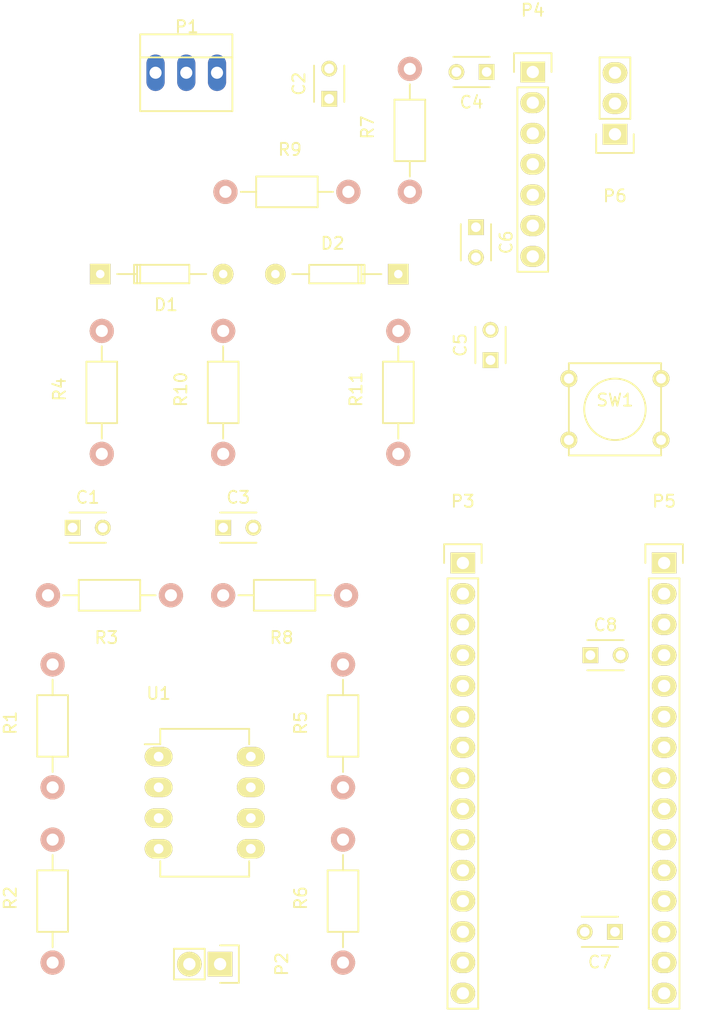
<source format=kicad_pcb>
(kicad_pcb (version 4) (host pcbnew 4.0.2+dfsg1-2~bpo8+1-stable)

  (general
    (links 57)
    (no_connects 57)
    (area 78.05188 66.6095 138.331334 151.666333)
    (thickness 1.6)
    (drawings 0)
    (tracks 7)
    (zones 0)
    (modules 29)
    (nets 42)
  )

  (page A4)
  (layers
    (0 F.Cu signal)
    (31 B.Cu signal)
    (32 B.Adhes user)
    (33 F.Adhes user)
    (34 B.Paste user)
    (35 F.Paste user)
    (36 B.SilkS user)
    (37 F.SilkS user)
    (38 B.Mask user)
    (39 F.Mask user)
    (40 Dwgs.User user)
    (41 Cmts.User user)
    (42 Eco1.User user)
    (43 Eco2.User user)
    (44 Edge.Cuts user)
    (45 Margin user)
    (46 B.CrtYd user)
    (47 F.CrtYd user)
    (48 B.Fab user)
    (49 F.Fab user)
  )

  (setup
    (last_trace_width 0.25)
    (trace_clearance 0.2)
    (zone_clearance 0.508)
    (zone_45_only no)
    (trace_min 0.2)
    (segment_width 0.2)
    (edge_width 0.15)
    (via_size 0.6)
    (via_drill 0.4)
    (via_min_size 0.4)
    (via_min_drill 0.3)
    (uvia_size 0.3)
    (uvia_drill 0.1)
    (uvias_allowed no)
    (uvia_min_size 0.2)
    (uvia_min_drill 0.1)
    (pcb_text_width 0.3)
    (pcb_text_size 1.5 1.5)
    (mod_edge_width 0.15)
    (mod_text_size 1 1)
    (mod_text_width 0.15)
    (pad_size 1.524 1.524)
    (pad_drill 0.762)
    (pad_to_mask_clearance 0.2)
    (aux_axis_origin 0 0)
    (visible_elements FFFFFF7F)
    (pcbplotparams
      (layerselection 0x00030_80000001)
      (usegerberextensions false)
      (excludeedgelayer true)
      (linewidth 0.100000)
      (plotframeref false)
      (viasonmask false)
      (mode 1)
      (useauxorigin false)
      (hpglpennumber 1)
      (hpglpenspeed 20)
      (hpglpendiameter 15)
      (hpglpenoverlay 2)
      (psnegative false)
      (psa4output false)
      (plotreference true)
      (plotvalue true)
      (plotinvisibletext false)
      (padsonsilk false)
      (subtractmaskfromsilk false)
      (outputformat 1)
      (mirror false)
      (drillshape 1)
      (scaleselection 1)
      (outputdirectory ""))
  )

  (net 0 "")
  (net 1 GND)
  (net 2 "Net-(C1-Pad2)")
  (net 3 "Net-(C2-Pad1)")
  (net 4 "Net-(C2-Pad2)")
  (net 5 "Net-(C3-Pad2)")
  (net 6 /CLK0)
  (net 7 "Net-(C4-Pad2)")
  (net 8 "Net-(C5-Pad2)")
  (net 9 +5V)
  (net 10 "Net-(C7-Pad1)")
  (net 11 "Net-(D1-Pad2)")
  (net 12 /A0)
  (net 13 /A1)
  (net 14 "Net-(P3-Pad1)")
  (net 15 "Net-(P3-Pad2)")
  (net 16 "Net-(P3-Pad3)")
  (net 17 "Net-(P3-Pad5)")
  (net 18 "Net-(P3-Pad6)")
  (net 19 "Net-(P3-Pad7)")
  (net 20 "Net-(P3-Pad8)")
  (net 21 "Net-(P3-Pad9)")
  (net 22 "Net-(P3-Pad10)")
  (net 23 "Net-(P3-Pad11)")
  (net 24 "Net-(P3-Pad12)")
  (net 25 "Net-(P3-Pad13)")
  (net 26 "Net-(P3-Pad14)")
  (net 27 "Net-(P3-Pad15)")
  (net 28 /CLK1)
  (net 29 /CLK2)
  (net 30 /SCL)
  (net 31 /SDA)
  (net 32 "Net-(P5-Pad1)")
  (net 33 /RESET)
  (net 34 "Net-(P5-Pad5)")
  (net 35 "Net-(P5-Pad6)")
  (net 36 "Net-(P5-Pad9)")
  (net 37 "Net-(P5-Pad10)")
  (net 38 "Net-(P5-Pad14)")
  (net 39 "Net-(P5-Pad15)")
  (net 40 "Net-(R1-Pad1)")
  (net 41 "Net-(R5-Pad1)")

  (net_class Default "This is the default net class."
    (clearance 0.2)
    (trace_width 0.25)
    (via_dia 0.6)
    (via_drill 0.4)
    (uvia_dia 0.3)
    (uvia_drill 0.1)
    (add_net +5V)
    (add_net /A0)
    (add_net /A1)
    (add_net /CLK0)
    (add_net /CLK1)
    (add_net /CLK2)
    (add_net /RESET)
    (add_net /SCL)
    (add_net /SDA)
    (add_net GND)
    (add_net "Net-(C1-Pad2)")
    (add_net "Net-(C2-Pad1)")
    (add_net "Net-(C2-Pad2)")
    (add_net "Net-(C3-Pad2)")
    (add_net "Net-(C4-Pad2)")
    (add_net "Net-(C5-Pad2)")
    (add_net "Net-(C7-Pad1)")
    (add_net "Net-(D1-Pad2)")
    (add_net "Net-(P3-Pad1)")
    (add_net "Net-(P3-Pad10)")
    (add_net "Net-(P3-Pad11)")
    (add_net "Net-(P3-Pad12)")
    (add_net "Net-(P3-Pad13)")
    (add_net "Net-(P3-Pad14)")
    (add_net "Net-(P3-Pad15)")
    (add_net "Net-(P3-Pad2)")
    (add_net "Net-(P3-Pad3)")
    (add_net "Net-(P3-Pad5)")
    (add_net "Net-(P3-Pad6)")
    (add_net "Net-(P3-Pad7)")
    (add_net "Net-(P3-Pad8)")
    (add_net "Net-(P3-Pad9)")
    (add_net "Net-(P5-Pad1)")
    (add_net "Net-(P5-Pad10)")
    (add_net "Net-(P5-Pad14)")
    (add_net "Net-(P5-Pad15)")
    (add_net "Net-(P5-Pad5)")
    (add_net "Net-(P5-Pad6)")
    (add_net "Net-(P5-Pad9)")
    (add_net "Net-(R1-Pad1)")
    (add_net "Net-(R5-Pad1)")
  )

  (module Connect:PINHEAD1-3 (layer F.Cu) (tedit 57DD8681) (tstamp 57DD845A)
    (at 93.726 72.898)
    (path /57D82265)
    (attr virtual)
    (fp_text reference P1 (at 0.05 -3.8) (layer F.SilkS)
      (effects (font (size 1 1) (thickness 0.15)))
    )
    (fp_text value BNC (at 0 3.81) (layer F.Fab)
      (effects (font (size 1 1) (thickness 0.15)))
    )
    (fp_line (start -3.81 -3.175) (end -3.81 3.175) (layer F.SilkS) (width 0.15))
    (fp_line (start 3.81 -3.175) (end 3.81 3.175) (layer F.SilkS) (width 0.15))
    (fp_line (start 3.81 -1.27) (end -3.81 -1.27) (layer F.SilkS) (width 0.15))
    (fp_line (start -3.81 -3.175) (end 3.81 -3.175) (layer F.SilkS) (width 0.15))
    (fp_line (start 3.81 3.175) (end -3.81 3.175) (layer F.SilkS) (width 0.15))
    (pad 1 thru_hole oval (at 0 0) (size 1.50622 3.01498) (drill 0.99822) (layers *.Cu *.Mask)
      (net 4 "Net-(C2-Pad2)"))
    (pad 2 thru_hole oval (at -2.54 0) (size 1.50622 3.01498) (drill 0.99822) (layers *.Cu *.Mask)
      (net 1 GND))
    (pad 3 thru_hole oval (at 2.54 0) (size 1.50622 3.01498) (drill 0.99822) (layers *.Cu *.Mask))
  )

  (module Capacitors_ThroughHole:C_Disc_D3_P2.5 (layer F.Cu) (tedit 0) (tstamp 57DD82BE)
    (at 84.328 110.49)
    (descr "Capacitor 3mm Disc, Pitch 2.5mm")
    (tags Capacitor)
    (path /57D8211D)
    (fp_text reference C1 (at 1.25 -2.5) (layer F.SilkS)
      (effects (font (size 1 1) (thickness 0.15)))
    )
    (fp_text value 10n (at 1.25 2.5) (layer F.Fab)
      (effects (font (size 1 1) (thickness 0.15)))
    )
    (fp_line (start -0.9 -1.5) (end 3.4 -1.5) (layer F.CrtYd) (width 0.05))
    (fp_line (start 3.4 -1.5) (end 3.4 1.5) (layer F.CrtYd) (width 0.05))
    (fp_line (start 3.4 1.5) (end -0.9 1.5) (layer F.CrtYd) (width 0.05))
    (fp_line (start -0.9 1.5) (end -0.9 -1.5) (layer F.CrtYd) (width 0.05))
    (fp_line (start -0.25 -1.25) (end 2.75 -1.25) (layer F.SilkS) (width 0.15))
    (fp_line (start 2.75 1.25) (end -0.25 1.25) (layer F.SilkS) (width 0.15))
    (pad 1 thru_hole rect (at 0 0) (size 1.3 1.3) (drill 0.8) (layers *.Cu *.Mask F.SilkS)
      (net 1 GND))
    (pad 2 thru_hole circle (at 2.5 0) (size 1.3 1.3) (drill 0.8001) (layers *.Cu *.Mask F.SilkS)
      (net 2 "Net-(C1-Pad2)"))
    (model Capacitors_ThroughHole.3dshapes/C_Disc_D3_P2.5.wrl
      (at (xyz 0.0492126 0 0))
      (scale (xyz 1 1 1))
      (rotate (xyz 0 0 0))
    )
  )

  (module Capacitors_ThroughHole:C_Disc_D3_P2.5 (layer F.Cu) (tedit 0) (tstamp 57DD82C4)
    (at 105.537 75.057 90)
    (descr "Capacitor 3mm Disc, Pitch 2.5mm")
    (tags Capacitor)
    (path /57D81D90)
    (fp_text reference C2 (at 1.25 -2.5 90) (layer F.SilkS)
      (effects (font (size 1 1) (thickness 0.15)))
    )
    (fp_text value 100n (at 1.25 2.5 90) (layer F.Fab)
      (effects (font (size 1 1) (thickness 0.15)))
    )
    (fp_line (start -0.9 -1.5) (end 3.4 -1.5) (layer F.CrtYd) (width 0.05))
    (fp_line (start 3.4 -1.5) (end 3.4 1.5) (layer F.CrtYd) (width 0.05))
    (fp_line (start 3.4 1.5) (end -0.9 1.5) (layer F.CrtYd) (width 0.05))
    (fp_line (start -0.9 1.5) (end -0.9 -1.5) (layer F.CrtYd) (width 0.05))
    (fp_line (start -0.25 -1.25) (end 2.75 -1.25) (layer F.SilkS) (width 0.15))
    (fp_line (start 2.75 1.25) (end -0.25 1.25) (layer F.SilkS) (width 0.15))
    (pad 1 thru_hole rect (at 0 0 90) (size 1.3 1.3) (drill 0.8) (layers *.Cu *.Mask F.SilkS)
      (net 3 "Net-(C2-Pad1)"))
    (pad 2 thru_hole circle (at 2.5 0 90) (size 1.3 1.3) (drill 0.8001) (layers *.Cu *.Mask F.SilkS)
      (net 4 "Net-(C2-Pad2)"))
    (model Capacitors_ThroughHole.3dshapes/C_Disc_D3_P2.5.wrl
      (at (xyz 0.0492126 0 0))
      (scale (xyz 1 1 1))
      (rotate (xyz 0 0 0))
    )
  )

  (module Capacitors_ThroughHole:C_Disc_D3_P2.5 (layer F.Cu) (tedit 0) (tstamp 57DD82CA)
    (at 96.774 110.49)
    (descr "Capacitor 3mm Disc, Pitch 2.5mm")
    (tags Capacitor)
    (path /57D821F7)
    (fp_text reference C3 (at 1.25 -2.5) (layer F.SilkS)
      (effects (font (size 1 1) (thickness 0.15)))
    )
    (fp_text value 10n (at 1.25 2.5) (layer F.Fab)
      (effects (font (size 1 1) (thickness 0.15)))
    )
    (fp_line (start -0.9 -1.5) (end 3.4 -1.5) (layer F.CrtYd) (width 0.05))
    (fp_line (start 3.4 -1.5) (end 3.4 1.5) (layer F.CrtYd) (width 0.05))
    (fp_line (start 3.4 1.5) (end -0.9 1.5) (layer F.CrtYd) (width 0.05))
    (fp_line (start -0.9 1.5) (end -0.9 -1.5) (layer F.CrtYd) (width 0.05))
    (fp_line (start -0.25 -1.25) (end 2.75 -1.25) (layer F.SilkS) (width 0.15))
    (fp_line (start 2.75 1.25) (end -0.25 1.25) (layer F.SilkS) (width 0.15))
    (pad 1 thru_hole rect (at 0 0) (size 1.3 1.3) (drill 0.8) (layers *.Cu *.Mask F.SilkS)
      (net 1 GND))
    (pad 2 thru_hole circle (at 2.5 0) (size 1.3 1.3) (drill 0.8001) (layers *.Cu *.Mask F.SilkS)
      (net 5 "Net-(C3-Pad2)"))
    (model Capacitors_ThroughHole.3dshapes/C_Disc_D3_P2.5.wrl
      (at (xyz 0.0492126 0 0))
      (scale (xyz 1 1 1))
      (rotate (xyz 0 0 0))
    )
  )

  (module Capacitors_ThroughHole:C_Disc_D3_P2.5 (layer F.Cu) (tedit 0) (tstamp 57DD82D0)
    (at 118.554 72.8345 180)
    (descr "Capacitor 3mm Disc, Pitch 2.5mm")
    (tags Capacitor)
    (path /57D81AA8)
    (fp_text reference C4 (at 1.25 -2.5 180) (layer F.SilkS)
      (effects (font (size 1 1) (thickness 0.15)))
    )
    (fp_text value 100n (at 1.25 2.5 180) (layer F.Fab)
      (effects (font (size 1 1) (thickness 0.15)))
    )
    (fp_line (start -0.9 -1.5) (end 3.4 -1.5) (layer F.CrtYd) (width 0.05))
    (fp_line (start 3.4 -1.5) (end 3.4 1.5) (layer F.CrtYd) (width 0.05))
    (fp_line (start 3.4 1.5) (end -0.9 1.5) (layer F.CrtYd) (width 0.05))
    (fp_line (start -0.9 1.5) (end -0.9 -1.5) (layer F.CrtYd) (width 0.05))
    (fp_line (start -0.25 -1.25) (end 2.75 -1.25) (layer F.SilkS) (width 0.15))
    (fp_line (start 2.75 1.25) (end -0.25 1.25) (layer F.SilkS) (width 0.15))
    (pad 1 thru_hole rect (at 0 0 180) (size 1.3 1.3) (drill 0.8) (layers *.Cu *.Mask F.SilkS)
      (net 6 /CLK0))
    (pad 2 thru_hole circle (at 2.5 0 180) (size 1.3 1.3) (drill 0.8001) (layers *.Cu *.Mask F.SilkS)
      (net 7 "Net-(C4-Pad2)"))
    (model Capacitors_ThroughHole.3dshapes/C_Disc_D3_P2.5.wrl
      (at (xyz 0.0492126 0 0))
      (scale (xyz 1 1 1))
      (rotate (xyz 0 0 0))
    )
  )

  (module Capacitors_ThroughHole:C_Disc_D3_P2.5 (layer F.Cu) (tedit 0) (tstamp 57DD82D6)
    (at 118.872 96.647 90)
    (descr "Capacitor 3mm Disc, Pitch 2.5mm")
    (tags Capacitor)
    (path /57D82040)
    (fp_text reference C5 (at 1.25 -2.5 90) (layer F.SilkS)
      (effects (font (size 1 1) (thickness 0.15)))
    )
    (fp_text value 100n (at 1.25 2.5 90) (layer F.Fab)
      (effects (font (size 1 1) (thickness 0.15)))
    )
    (fp_line (start -0.9 -1.5) (end 3.4 -1.5) (layer F.CrtYd) (width 0.05))
    (fp_line (start 3.4 -1.5) (end 3.4 1.5) (layer F.CrtYd) (width 0.05))
    (fp_line (start 3.4 1.5) (end -0.9 1.5) (layer F.CrtYd) (width 0.05))
    (fp_line (start -0.9 1.5) (end -0.9 -1.5) (layer F.CrtYd) (width 0.05))
    (fp_line (start -0.25 -1.25) (end 2.75 -1.25) (layer F.SilkS) (width 0.15))
    (fp_line (start 2.75 1.25) (end -0.25 1.25) (layer F.SilkS) (width 0.15))
    (pad 1 thru_hole rect (at 0 0 90) (size 1.3 1.3) (drill 0.8) (layers *.Cu *.Mask F.SilkS)
      (net 1 GND))
    (pad 2 thru_hole circle (at 2.5 0 90) (size 1.3 1.3) (drill 0.8001) (layers *.Cu *.Mask F.SilkS)
      (net 8 "Net-(C5-Pad2)"))
    (model Capacitors_ThroughHole.3dshapes/C_Disc_D3_P2.5.wrl
      (at (xyz 0.0492126 0 0))
      (scale (xyz 1 1 1))
      (rotate (xyz 0 0 0))
    )
  )

  (module Capacitors_ThroughHole:C_Disc_D3_P2.5 (layer F.Cu) (tedit 0) (tstamp 57DD82DC)
    (at 117.666 85.6615 270)
    (descr "Capacitor 3mm Disc, Pitch 2.5mm")
    (tags Capacitor)
    (path /57D85D32)
    (fp_text reference C6 (at 1.25 -2.5 270) (layer F.SilkS)
      (effects (font (size 1 1) (thickness 0.15)))
    )
    (fp_text value 100n (at 1.25 2.5 270) (layer F.Fab)
      (effects (font (size 1 1) (thickness 0.15)))
    )
    (fp_line (start -0.9 -1.5) (end 3.4 -1.5) (layer F.CrtYd) (width 0.05))
    (fp_line (start 3.4 -1.5) (end 3.4 1.5) (layer F.CrtYd) (width 0.05))
    (fp_line (start 3.4 1.5) (end -0.9 1.5) (layer F.CrtYd) (width 0.05))
    (fp_line (start -0.9 1.5) (end -0.9 -1.5) (layer F.CrtYd) (width 0.05))
    (fp_line (start -0.25 -1.25) (end 2.75 -1.25) (layer F.SilkS) (width 0.15))
    (fp_line (start 2.75 1.25) (end -0.25 1.25) (layer F.SilkS) (width 0.15))
    (pad 1 thru_hole rect (at 0 0 270) (size 1.3 1.3) (drill 0.8) (layers *.Cu *.Mask F.SilkS)
      (net 1 GND))
    (pad 2 thru_hole circle (at 2.5 0 270) (size 1.3 1.3) (drill 0.8001) (layers *.Cu *.Mask F.SilkS)
      (net 9 +5V))
    (model Capacitors_ThroughHole.3dshapes/C_Disc_D3_P2.5.wrl
      (at (xyz 0.0492126 0 0))
      (scale (xyz 1 1 1))
      (rotate (xyz 0 0 0))
    )
  )

  (module Capacitors_ThroughHole:C_Disc_D3_P2.5 (layer F.Cu) (tedit 0) (tstamp 57DD82E2)
    (at 129.159 143.891 180)
    (descr "Capacitor 3mm Disc, Pitch 2.5mm")
    (tags Capacitor)
    (path /57D87F1E)
    (fp_text reference C7 (at 1.25 -2.5 180) (layer F.SilkS)
      (effects (font (size 1 1) (thickness 0.15)))
    )
    (fp_text value 100n (at 1.25 2.5 180) (layer F.Fab)
      (effects (font (size 1 1) (thickness 0.15)))
    )
    (fp_line (start -0.9 -1.5) (end 3.4 -1.5) (layer F.CrtYd) (width 0.05))
    (fp_line (start 3.4 -1.5) (end 3.4 1.5) (layer F.CrtYd) (width 0.05))
    (fp_line (start 3.4 1.5) (end -0.9 1.5) (layer F.CrtYd) (width 0.05))
    (fp_line (start -0.9 1.5) (end -0.9 -1.5) (layer F.CrtYd) (width 0.05))
    (fp_line (start -0.25 -1.25) (end 2.75 -1.25) (layer F.SilkS) (width 0.15))
    (fp_line (start 2.75 1.25) (end -0.25 1.25) (layer F.SilkS) (width 0.15))
    (pad 1 thru_hole rect (at 0 0 180) (size 1.3 1.3) (drill 0.8) (layers *.Cu *.Mask F.SilkS)
      (net 10 "Net-(C7-Pad1)"))
    (pad 2 thru_hole circle (at 2.5 0 180) (size 1.3 1.3) (drill 0.8001) (layers *.Cu *.Mask F.SilkS)
      (net 1 GND))
    (model Capacitors_ThroughHole.3dshapes/C_Disc_D3_P2.5.wrl
      (at (xyz 0.0492126 0 0))
      (scale (xyz 1 1 1))
      (rotate (xyz 0 0 0))
    )
  )

  (module Diodes_ThroughHole:Diode_DO-35_SOD27_Horizontal_RM10 (layer F.Cu) (tedit 552FFC30) (tstamp 57DD82E8)
    (at 86.614 89.535)
    (descr "Diode, DO-35,  SOD27, Horizontal, RM 10mm")
    (tags "Diode, DO-35, SOD27, Horizontal, RM 10mm, 1N4148,")
    (path /57D81E7A)
    (fp_text reference D1 (at 5.43052 2.53746) (layer F.SilkS)
      (effects (font (size 1 1) (thickness 0.15)))
    )
    (fp_text value 1N60 (at 4.41452 -3.55854) (layer F.Fab)
      (effects (font (size 1 1) (thickness 0.15)))
    )
    (fp_line (start 7.36652 -0.00254) (end 8.76352 -0.00254) (layer F.SilkS) (width 0.15))
    (fp_line (start 2.92152 -0.00254) (end 1.39752 -0.00254) (layer F.SilkS) (width 0.15))
    (fp_line (start 3.30252 -0.76454) (end 3.30252 0.75946) (layer F.SilkS) (width 0.15))
    (fp_line (start 3.04852 -0.76454) (end 3.04852 0.75946) (layer F.SilkS) (width 0.15))
    (fp_line (start 2.79452 -0.00254) (end 2.79452 0.75946) (layer F.SilkS) (width 0.15))
    (fp_line (start 2.79452 0.75946) (end 7.36652 0.75946) (layer F.SilkS) (width 0.15))
    (fp_line (start 7.36652 0.75946) (end 7.36652 -0.76454) (layer F.SilkS) (width 0.15))
    (fp_line (start 7.36652 -0.76454) (end 2.79452 -0.76454) (layer F.SilkS) (width 0.15))
    (fp_line (start 2.79452 -0.76454) (end 2.79452 -0.00254) (layer F.SilkS) (width 0.15))
    (pad 2 thru_hole circle (at 10.16052 -0.00254 180) (size 1.69926 1.69926) (drill 0.70104) (layers *.Cu *.Mask F.SilkS)
      (net 11 "Net-(D1-Pad2)"))
    (pad 1 thru_hole rect (at 0.00052 -0.00254 180) (size 1.69926 1.69926) (drill 0.70104) (layers *.Cu *.Mask F.SilkS)
      (net 3 "Net-(C2-Pad1)"))
    (model Diodes_ThroughHole.3dshapes/Diode_DO-35_SOD27_Horizontal_RM10.wrl
      (at (xyz 0.2 0 0))
      (scale (xyz 0.4 0.4 0.4))
      (rotate (xyz 0 0 180))
    )
  )

  (module Diodes_ThroughHole:Diode_DO-35_SOD27_Horizontal_RM10 (layer F.Cu) (tedit 552FFC30) (tstamp 57DD82EE)
    (at 111.252 89.535 180)
    (descr "Diode, DO-35,  SOD27, Horizontal, RM 10mm")
    (tags "Diode, DO-35, SOD27, Horizontal, RM 10mm, 1N4148,")
    (path /57D81FC0)
    (fp_text reference D2 (at 5.43052 2.53746 180) (layer F.SilkS)
      (effects (font (size 1 1) (thickness 0.15)))
    )
    (fp_text value 1N60 (at 4.41452 -3.55854 180) (layer F.Fab)
      (effects (font (size 1 1) (thickness 0.15)))
    )
    (fp_line (start 7.36652 -0.00254) (end 8.76352 -0.00254) (layer F.SilkS) (width 0.15))
    (fp_line (start 2.92152 -0.00254) (end 1.39752 -0.00254) (layer F.SilkS) (width 0.15))
    (fp_line (start 3.30252 -0.76454) (end 3.30252 0.75946) (layer F.SilkS) (width 0.15))
    (fp_line (start 3.04852 -0.76454) (end 3.04852 0.75946) (layer F.SilkS) (width 0.15))
    (fp_line (start 2.79452 -0.00254) (end 2.79452 0.75946) (layer F.SilkS) (width 0.15))
    (fp_line (start 2.79452 0.75946) (end 7.36652 0.75946) (layer F.SilkS) (width 0.15))
    (fp_line (start 7.36652 0.75946) (end 7.36652 -0.76454) (layer F.SilkS) (width 0.15))
    (fp_line (start 7.36652 -0.76454) (end 2.79452 -0.76454) (layer F.SilkS) (width 0.15))
    (fp_line (start 2.79452 -0.76454) (end 2.79452 -0.00254) (layer F.SilkS) (width 0.15))
    (pad 2 thru_hole circle (at 10.16052 -0.00254) (size 1.69926 1.69926) (drill 0.70104) (layers *.Cu *.Mask F.SilkS)
      (net 11 "Net-(D1-Pad2)"))
    (pad 1 thru_hole rect (at 0.00052 -0.00254) (size 1.69926 1.69926) (drill 0.70104) (layers *.Cu *.Mask F.SilkS)
      (net 8 "Net-(C5-Pad2)"))
    (model Diodes_ThroughHole.3dshapes/Diode_DO-35_SOD27_Horizontal_RM10.wrl
      (at (xyz 0.2 0 0))
      (scale (xyz 0.4 0.4 0.4))
      (rotate (xyz 0 0 180))
    )
  )

  (module Resistors_ThroughHole:Resistor_Horizontal_RM10mm (layer F.Cu) (tedit 56648415) (tstamp 57DD833A)
    (at 82.677 131.953 90)
    (descr "Resistor, Axial,  RM 10mm, 1/3W")
    (tags "Resistor Axial RM 10mm 1/3W")
    (path /57D817F0)
    (fp_text reference R1 (at 5.32892 -3.50012 90) (layer F.SilkS)
      (effects (font (size 1 1) (thickness 0.15)))
    )
    (fp_text value 680 (at 5.08 3.81 90) (layer F.Fab)
      (effects (font (size 1 1) (thickness 0.15)))
    )
    (fp_line (start -1.25 -1.5) (end 11.4 -1.5) (layer F.CrtYd) (width 0.05))
    (fp_line (start -1.25 1.5) (end -1.25 -1.5) (layer F.CrtYd) (width 0.05))
    (fp_line (start 11.4 -1.5) (end 11.4 1.5) (layer F.CrtYd) (width 0.05))
    (fp_line (start -1.25 1.5) (end 11.4 1.5) (layer F.CrtYd) (width 0.05))
    (fp_line (start 2.54 -1.27) (end 7.62 -1.27) (layer F.SilkS) (width 0.15))
    (fp_line (start 7.62 -1.27) (end 7.62 1.27) (layer F.SilkS) (width 0.15))
    (fp_line (start 7.62 1.27) (end 2.54 1.27) (layer F.SilkS) (width 0.15))
    (fp_line (start 2.54 1.27) (end 2.54 -1.27) (layer F.SilkS) (width 0.15))
    (fp_line (start 2.54 0) (end 1.27 0) (layer F.SilkS) (width 0.15))
    (fp_line (start 7.62 0) (end 8.89 0) (layer F.SilkS) (width 0.15))
    (pad 1 thru_hole circle (at 0 0 90) (size 1.99898 1.99898) (drill 1.00076) (layers *.Cu *.SilkS *.Mask)
      (net 40 "Net-(R1-Pad1)"))
    (pad 2 thru_hole circle (at 10.16 0 90) (size 1.99898 1.99898) (drill 1.00076) (layers *.Cu *.SilkS *.Mask)
      (net 1 GND))
    (model Resistors_ThroughHole.3dshapes/Resistor_Horizontal_RM10mm.wrl
      (at (xyz 0 0 0))
      (scale (xyz 0.4 0.4 0.4))
      (rotate (xyz 0 0 0))
    )
  )

  (module Resistors_ThroughHole:Resistor_Horizontal_RM10mm (layer F.Cu) (tedit 56648415) (tstamp 57DD8340)
    (at 82.677 146.431 90)
    (descr "Resistor, Axial,  RM 10mm, 1/3W")
    (tags "Resistor Axial RM 10mm 1/3W")
    (path /57D8194B)
    (fp_text reference R2 (at 5.32892 -3.50012 90) (layer F.SilkS)
      (effects (font (size 1 1) (thickness 0.15)))
    )
    (fp_text value 6k8 (at 5.08 3.81 90) (layer F.Fab)
      (effects (font (size 1 1) (thickness 0.15)))
    )
    (fp_line (start -1.25 -1.5) (end 11.4 -1.5) (layer F.CrtYd) (width 0.05))
    (fp_line (start -1.25 1.5) (end -1.25 -1.5) (layer F.CrtYd) (width 0.05))
    (fp_line (start 11.4 -1.5) (end 11.4 1.5) (layer F.CrtYd) (width 0.05))
    (fp_line (start -1.25 1.5) (end 11.4 1.5) (layer F.CrtYd) (width 0.05))
    (fp_line (start 2.54 -1.27) (end 7.62 -1.27) (layer F.SilkS) (width 0.15))
    (fp_line (start 7.62 -1.27) (end 7.62 1.27) (layer F.SilkS) (width 0.15))
    (fp_line (start 7.62 1.27) (end 2.54 1.27) (layer F.SilkS) (width 0.15))
    (fp_line (start 2.54 1.27) (end 2.54 -1.27) (layer F.SilkS) (width 0.15))
    (fp_line (start 2.54 0) (end 1.27 0) (layer F.SilkS) (width 0.15))
    (fp_line (start 7.62 0) (end 8.89 0) (layer F.SilkS) (width 0.15))
    (pad 1 thru_hole circle (at 0 0 90) (size 1.99898 1.99898) (drill 1.00076) (layers *.Cu *.SilkS *.Mask)
      (net 13 /A1))
    (pad 2 thru_hole circle (at 10.16 0 90) (size 1.99898 1.99898) (drill 1.00076) (layers *.Cu *.SilkS *.Mask)
      (net 40 "Net-(R1-Pad1)"))
    (model Resistors_ThroughHole.3dshapes/Resistor_Horizontal_RM10mm.wrl
      (at (xyz 0 0 0))
      (scale (xyz 0.4 0.4 0.4))
      (rotate (xyz 0 0 0))
    )
  )

  (module Resistors_ThroughHole:Resistor_Horizontal_RM10mm (layer F.Cu) (tedit 56648415) (tstamp 57DD8346)
    (at 92.456 116.078 180)
    (descr "Resistor, Axial,  RM 10mm, 1/3W")
    (tags "Resistor Axial RM 10mm 1/3W")
    (path /57D81651)
    (fp_text reference R3 (at 5.32892 -3.50012 180) (layer F.SilkS)
      (effects (font (size 1 1) (thickness 0.15)))
    )
    (fp_text value 100k (at 5.08 3.81 180) (layer F.Fab)
      (effects (font (size 1 1) (thickness 0.15)))
    )
    (fp_line (start -1.25 -1.5) (end 11.4 -1.5) (layer F.CrtYd) (width 0.05))
    (fp_line (start -1.25 1.5) (end -1.25 -1.5) (layer F.CrtYd) (width 0.05))
    (fp_line (start 11.4 -1.5) (end 11.4 1.5) (layer F.CrtYd) (width 0.05))
    (fp_line (start -1.25 1.5) (end 11.4 1.5) (layer F.CrtYd) (width 0.05))
    (fp_line (start 2.54 -1.27) (end 7.62 -1.27) (layer F.SilkS) (width 0.15))
    (fp_line (start 7.62 -1.27) (end 7.62 1.27) (layer F.SilkS) (width 0.15))
    (fp_line (start 7.62 1.27) (end 2.54 1.27) (layer F.SilkS) (width 0.15))
    (fp_line (start 2.54 1.27) (end 2.54 -1.27) (layer F.SilkS) (width 0.15))
    (fp_line (start 2.54 0) (end 1.27 0) (layer F.SilkS) (width 0.15))
    (fp_line (start 7.62 0) (end 8.89 0) (layer F.SilkS) (width 0.15))
    (pad 1 thru_hole circle (at 0 0 180) (size 1.99898 1.99898) (drill 1.00076) (layers *.Cu *.SilkS *.Mask)
      (net 2 "Net-(C1-Pad2)"))
    (pad 2 thru_hole circle (at 10.16 0 180) (size 1.99898 1.99898) (drill 1.00076) (layers *.Cu *.SilkS *.Mask)
      (net 1 GND))
    (model Resistors_ThroughHole.3dshapes/Resistor_Horizontal_RM10mm.wrl
      (at (xyz 0 0 0))
      (scale (xyz 0.4 0.4 0.4))
      (rotate (xyz 0 0 0))
    )
  )

  (module Resistors_ThroughHole:Resistor_Horizontal_RM10mm (layer F.Cu) (tedit 56648415) (tstamp 57DD834C)
    (at 86.741 104.394 90)
    (descr "Resistor, Axial,  RM 10mm, 1/3W")
    (tags "Resistor Axial RM 10mm 1/3W")
    (path /57D8156D)
    (fp_text reference R4 (at 5.32892 -3.50012 90) (layer F.SilkS)
      (effects (font (size 1 1) (thickness 0.15)))
    )
    (fp_text value 10k (at 5.08 3.81 90) (layer F.Fab)
      (effects (font (size 1 1) (thickness 0.15)))
    )
    (fp_line (start -1.25 -1.5) (end 11.4 -1.5) (layer F.CrtYd) (width 0.05))
    (fp_line (start -1.25 1.5) (end -1.25 -1.5) (layer F.CrtYd) (width 0.05))
    (fp_line (start 11.4 -1.5) (end 11.4 1.5) (layer F.CrtYd) (width 0.05))
    (fp_line (start -1.25 1.5) (end 11.4 1.5) (layer F.CrtYd) (width 0.05))
    (fp_line (start 2.54 -1.27) (end 7.62 -1.27) (layer F.SilkS) (width 0.15))
    (fp_line (start 7.62 -1.27) (end 7.62 1.27) (layer F.SilkS) (width 0.15))
    (fp_line (start 7.62 1.27) (end 2.54 1.27) (layer F.SilkS) (width 0.15))
    (fp_line (start 2.54 1.27) (end 2.54 -1.27) (layer F.SilkS) (width 0.15))
    (fp_line (start 2.54 0) (end 1.27 0) (layer F.SilkS) (width 0.15))
    (fp_line (start 7.62 0) (end 8.89 0) (layer F.SilkS) (width 0.15))
    (pad 1 thru_hole circle (at 0 0 90) (size 1.99898 1.99898) (drill 1.00076) (layers *.Cu *.SilkS *.Mask)
      (net 2 "Net-(C1-Pad2)"))
    (pad 2 thru_hole circle (at 10.16 0 90) (size 1.99898 1.99898) (drill 1.00076) (layers *.Cu *.SilkS *.Mask)
      (net 3 "Net-(C2-Pad1)"))
    (model Resistors_ThroughHole.3dshapes/Resistor_Horizontal_RM10mm.wrl
      (at (xyz 0 0 0))
      (scale (xyz 0.4 0.4 0.4))
      (rotate (xyz 0 0 0))
    )
  )

  (module Resistors_ThroughHole:Resistor_Horizontal_RM10mm (layer F.Cu) (tedit 56648415) (tstamp 57DD8352)
    (at 106.68 131.953 90)
    (descr "Resistor, Axial,  RM 10mm, 1/3W")
    (tags "Resistor Axial RM 10mm 1/3W")
    (path /57D81862)
    (fp_text reference R5 (at 5.32892 -3.50012 90) (layer F.SilkS)
      (effects (font (size 1 1) (thickness 0.15)))
    )
    (fp_text value 680 (at 5.08 3.81 90) (layer F.Fab)
      (effects (font (size 1 1) (thickness 0.15)))
    )
    (fp_line (start -1.25 -1.5) (end 11.4 -1.5) (layer F.CrtYd) (width 0.05))
    (fp_line (start -1.25 1.5) (end -1.25 -1.5) (layer F.CrtYd) (width 0.05))
    (fp_line (start 11.4 -1.5) (end 11.4 1.5) (layer F.CrtYd) (width 0.05))
    (fp_line (start -1.25 1.5) (end 11.4 1.5) (layer F.CrtYd) (width 0.05))
    (fp_line (start 2.54 -1.27) (end 7.62 -1.27) (layer F.SilkS) (width 0.15))
    (fp_line (start 7.62 -1.27) (end 7.62 1.27) (layer F.SilkS) (width 0.15))
    (fp_line (start 7.62 1.27) (end 2.54 1.27) (layer F.SilkS) (width 0.15))
    (fp_line (start 2.54 1.27) (end 2.54 -1.27) (layer F.SilkS) (width 0.15))
    (fp_line (start 2.54 0) (end 1.27 0) (layer F.SilkS) (width 0.15))
    (fp_line (start 7.62 0) (end 8.89 0) (layer F.SilkS) (width 0.15))
    (pad 1 thru_hole circle (at 0 0 90) (size 1.99898 1.99898) (drill 1.00076) (layers *.Cu *.SilkS *.Mask)
      (net 41 "Net-(R5-Pad1)"))
    (pad 2 thru_hole circle (at 10.16 0 90) (size 1.99898 1.99898) (drill 1.00076) (layers *.Cu *.SilkS *.Mask)
      (net 1 GND))
    (model Resistors_ThroughHole.3dshapes/Resistor_Horizontal_RM10mm.wrl
      (at (xyz 0 0 0))
      (scale (xyz 0.4 0.4 0.4))
      (rotate (xyz 0 0 0))
    )
  )

  (module Resistors_ThroughHole:Resistor_Horizontal_RM10mm (layer F.Cu) (tedit 56648415) (tstamp 57DD8358)
    (at 106.68 146.431 90)
    (descr "Resistor, Axial,  RM 10mm, 1/3W")
    (tags "Resistor Axial RM 10mm 1/3W")
    (path /57D818FD)
    (fp_text reference R6 (at 5.32892 -3.50012 90) (layer F.SilkS)
      (effects (font (size 1 1) (thickness 0.15)))
    )
    (fp_text value 6k8 (at 5.08 3.81 90) (layer F.Fab)
      (effects (font (size 1 1) (thickness 0.15)))
    )
    (fp_line (start -1.25 -1.5) (end 11.4 -1.5) (layer F.CrtYd) (width 0.05))
    (fp_line (start -1.25 1.5) (end -1.25 -1.5) (layer F.CrtYd) (width 0.05))
    (fp_line (start 11.4 -1.5) (end 11.4 1.5) (layer F.CrtYd) (width 0.05))
    (fp_line (start -1.25 1.5) (end 11.4 1.5) (layer F.CrtYd) (width 0.05))
    (fp_line (start 2.54 -1.27) (end 7.62 -1.27) (layer F.SilkS) (width 0.15))
    (fp_line (start 7.62 -1.27) (end 7.62 1.27) (layer F.SilkS) (width 0.15))
    (fp_line (start 7.62 1.27) (end 2.54 1.27) (layer F.SilkS) (width 0.15))
    (fp_line (start 2.54 1.27) (end 2.54 -1.27) (layer F.SilkS) (width 0.15))
    (fp_line (start 2.54 0) (end 1.27 0) (layer F.SilkS) (width 0.15))
    (fp_line (start 7.62 0) (end 8.89 0) (layer F.SilkS) (width 0.15))
    (pad 1 thru_hole circle (at 0 0 90) (size 1.99898 1.99898) (drill 1.00076) (layers *.Cu *.SilkS *.Mask)
      (net 12 /A0))
    (pad 2 thru_hole circle (at 10.16 0 90) (size 1.99898 1.99898) (drill 1.00076) (layers *.Cu *.SilkS *.Mask)
      (net 41 "Net-(R5-Pad1)"))
    (model Resistors_ThroughHole.3dshapes/Resistor_Horizontal_RM10mm.wrl
      (at (xyz 0 0 0))
      (scale (xyz 0.4 0.4 0.4))
      (rotate (xyz 0 0 0))
    )
  )

  (module Resistors_ThroughHole:Resistor_Horizontal_RM10mm (layer F.Cu) (tedit 56648415) (tstamp 57DD835E)
    (at 112.204 82.7405 90)
    (descr "Resistor, Axial,  RM 10mm, 1/3W")
    (tags "Resistor Axial RM 10mm 1/3W")
    (path /57D81418)
    (fp_text reference R7 (at 5.32892 -3.50012 90) (layer F.SilkS)
      (effects (font (size 1 1) (thickness 0.15)))
    )
    (fp_text value 50 (at 5.08 3.81 90) (layer F.Fab)
      (effects (font (size 1 1) (thickness 0.15)))
    )
    (fp_line (start -1.25 -1.5) (end 11.4 -1.5) (layer F.CrtYd) (width 0.05))
    (fp_line (start -1.25 1.5) (end -1.25 -1.5) (layer F.CrtYd) (width 0.05))
    (fp_line (start 11.4 -1.5) (end 11.4 1.5) (layer F.CrtYd) (width 0.05))
    (fp_line (start -1.25 1.5) (end 11.4 1.5) (layer F.CrtYd) (width 0.05))
    (fp_line (start 2.54 -1.27) (end 7.62 -1.27) (layer F.SilkS) (width 0.15))
    (fp_line (start 7.62 -1.27) (end 7.62 1.27) (layer F.SilkS) (width 0.15))
    (fp_line (start 7.62 1.27) (end 2.54 1.27) (layer F.SilkS) (width 0.15))
    (fp_line (start 2.54 1.27) (end 2.54 -1.27) (layer F.SilkS) (width 0.15))
    (fp_line (start 2.54 0) (end 1.27 0) (layer F.SilkS) (width 0.15))
    (fp_line (start 7.62 0) (end 8.89 0) (layer F.SilkS) (width 0.15))
    (pad 1 thru_hole circle (at 0 0 90) (size 1.99898 1.99898) (drill 1.00076) (layers *.Cu *.SilkS *.Mask)
      (net 7 "Net-(C4-Pad2)"))
    (pad 2 thru_hole circle (at 10.16 0 90) (size 1.99898 1.99898) (drill 1.00076) (layers *.Cu *.SilkS *.Mask)
      (net 4 "Net-(C2-Pad2)"))
    (model Resistors_ThroughHole.3dshapes/Resistor_Horizontal_RM10mm.wrl
      (at (xyz 0 0 0))
      (scale (xyz 0.4 0.4 0.4))
      (rotate (xyz 0 0 0))
    )
  )

  (module Resistors_ThroughHole:Resistor_Horizontal_RM10mm (layer F.Cu) (tedit 56648415) (tstamp 57DD8364)
    (at 106.934 116.078 180)
    (descr "Resistor, Axial,  RM 10mm, 1/3W")
    (tags "Resistor Axial RM 10mm 1/3W")
    (path /57D81777)
    (fp_text reference R8 (at 5.32892 -3.50012 180) (layer F.SilkS)
      (effects (font (size 1 1) (thickness 0.15)))
    )
    (fp_text value 100k (at 5.08 3.81 180) (layer F.Fab)
      (effects (font (size 1 1) (thickness 0.15)))
    )
    (fp_line (start -1.25 -1.5) (end 11.4 -1.5) (layer F.CrtYd) (width 0.05))
    (fp_line (start -1.25 1.5) (end -1.25 -1.5) (layer F.CrtYd) (width 0.05))
    (fp_line (start 11.4 -1.5) (end 11.4 1.5) (layer F.CrtYd) (width 0.05))
    (fp_line (start -1.25 1.5) (end 11.4 1.5) (layer F.CrtYd) (width 0.05))
    (fp_line (start 2.54 -1.27) (end 7.62 -1.27) (layer F.SilkS) (width 0.15))
    (fp_line (start 7.62 -1.27) (end 7.62 1.27) (layer F.SilkS) (width 0.15))
    (fp_line (start 7.62 1.27) (end 2.54 1.27) (layer F.SilkS) (width 0.15))
    (fp_line (start 2.54 1.27) (end 2.54 -1.27) (layer F.SilkS) (width 0.15))
    (fp_line (start 2.54 0) (end 1.27 0) (layer F.SilkS) (width 0.15))
    (fp_line (start 7.62 0) (end 8.89 0) (layer F.SilkS) (width 0.15))
    (pad 1 thru_hole circle (at 0 0 180) (size 1.99898 1.99898) (drill 1.00076) (layers *.Cu *.SilkS *.Mask)
      (net 5 "Net-(C3-Pad2)"))
    (pad 2 thru_hole circle (at 10.16 0 180) (size 1.99898 1.99898) (drill 1.00076) (layers *.Cu *.SilkS *.Mask)
      (net 1 GND))
    (model Resistors_ThroughHole.3dshapes/Resistor_Horizontal_RM10mm.wrl
      (at (xyz 0 0 0))
      (scale (xyz 0.4 0.4 0.4))
      (rotate (xyz 0 0 0))
    )
  )

  (module Resistors_ThroughHole:Resistor_Horizontal_RM10mm (layer F.Cu) (tedit 56648415) (tstamp 57DD836A)
    (at 96.9645 82.7405)
    (descr "Resistor, Axial,  RM 10mm, 1/3W")
    (tags "Resistor Axial RM 10mm 1/3W")
    (path /57D814B0)
    (fp_text reference R9 (at 5.32892 -3.50012) (layer F.SilkS)
      (effects (font (size 1 1) (thickness 0.15)))
    )
    (fp_text value 50 (at 5.08 3.81) (layer F.Fab)
      (effects (font (size 1 1) (thickness 0.15)))
    )
    (fp_line (start -1.25 -1.5) (end 11.4 -1.5) (layer F.CrtYd) (width 0.05))
    (fp_line (start -1.25 1.5) (end -1.25 -1.5) (layer F.CrtYd) (width 0.05))
    (fp_line (start 11.4 -1.5) (end 11.4 1.5) (layer F.CrtYd) (width 0.05))
    (fp_line (start -1.25 1.5) (end 11.4 1.5) (layer F.CrtYd) (width 0.05))
    (fp_line (start 2.54 -1.27) (end 7.62 -1.27) (layer F.SilkS) (width 0.15))
    (fp_line (start 7.62 -1.27) (end 7.62 1.27) (layer F.SilkS) (width 0.15))
    (fp_line (start 7.62 1.27) (end 2.54 1.27) (layer F.SilkS) (width 0.15))
    (fp_line (start 2.54 1.27) (end 2.54 -1.27) (layer F.SilkS) (width 0.15))
    (fp_line (start 2.54 0) (end 1.27 0) (layer F.SilkS) (width 0.15))
    (fp_line (start 7.62 0) (end 8.89 0) (layer F.SilkS) (width 0.15))
    (pad 1 thru_hole circle (at 0 0) (size 1.99898 1.99898) (drill 1.00076) (layers *.Cu *.SilkS *.Mask)
      (net 11 "Net-(D1-Pad2)"))
    (pad 2 thru_hole circle (at 10.16 0) (size 1.99898 1.99898) (drill 1.00076) (layers *.Cu *.SilkS *.Mask)
      (net 7 "Net-(C4-Pad2)"))
    (model Resistors_ThroughHole.3dshapes/Resistor_Horizontal_RM10mm.wrl
      (at (xyz 0 0 0))
      (scale (xyz 0.4 0.4 0.4))
      (rotate (xyz 0 0 0))
    )
  )

  (module Resistors_ThroughHole:Resistor_Horizontal_RM10mm (layer F.Cu) (tedit 56648415) (tstamp 57DD8370)
    (at 96.774 104.394 90)
    (descr "Resistor, Axial,  RM 10mm, 1/3W")
    (tags "Resistor Axial RM 10mm 1/3W")
    (path /57D814EE)
    (fp_text reference R10 (at 5.32892 -3.50012 90) (layer F.SilkS)
      (effects (font (size 1 1) (thickness 0.15)))
    )
    (fp_text value 50 (at 5.08 3.81 90) (layer F.Fab)
      (effects (font (size 1 1) (thickness 0.15)))
    )
    (fp_line (start -1.25 -1.5) (end 11.4 -1.5) (layer F.CrtYd) (width 0.05))
    (fp_line (start -1.25 1.5) (end -1.25 -1.5) (layer F.CrtYd) (width 0.05))
    (fp_line (start 11.4 -1.5) (end 11.4 1.5) (layer F.CrtYd) (width 0.05))
    (fp_line (start -1.25 1.5) (end 11.4 1.5) (layer F.CrtYd) (width 0.05))
    (fp_line (start 2.54 -1.27) (end 7.62 -1.27) (layer F.SilkS) (width 0.15))
    (fp_line (start 7.62 -1.27) (end 7.62 1.27) (layer F.SilkS) (width 0.15))
    (fp_line (start 7.62 1.27) (end 2.54 1.27) (layer F.SilkS) (width 0.15))
    (fp_line (start 2.54 1.27) (end 2.54 -1.27) (layer F.SilkS) (width 0.15))
    (fp_line (start 2.54 0) (end 1.27 0) (layer F.SilkS) (width 0.15))
    (fp_line (start 7.62 0) (end 8.89 0) (layer F.SilkS) (width 0.15))
    (pad 1 thru_hole circle (at 0 0 90) (size 1.99898 1.99898) (drill 1.00076) (layers *.Cu *.SilkS *.Mask)
      (net 1 GND))
    (pad 2 thru_hole circle (at 10.16 0 90) (size 1.99898 1.99898) (drill 1.00076) (layers *.Cu *.SilkS *.Mask)
      (net 11 "Net-(D1-Pad2)"))
    (model Resistors_ThroughHole.3dshapes/Resistor_Horizontal_RM10mm.wrl
      (at (xyz 0 0 0))
      (scale (xyz 0.4 0.4 0.4))
      (rotate (xyz 0 0 0))
    )
  )

  (module Resistors_ThroughHole:Resistor_Horizontal_RM10mm (layer F.Cu) (tedit 56648415) (tstamp 57DD8376)
    (at 111.252 104.394 90)
    (descr "Resistor, Axial,  RM 10mm, 1/3W")
    (tags "Resistor Axial RM 10mm 1/3W")
    (path /57D815CB)
    (fp_text reference R11 (at 5.32892 -3.50012 90) (layer F.SilkS)
      (effects (font (size 1 1) (thickness 0.15)))
    )
    (fp_text value 10k (at 5.08 3.81 90) (layer F.Fab)
      (effects (font (size 1 1) (thickness 0.15)))
    )
    (fp_line (start -1.25 -1.5) (end 11.4 -1.5) (layer F.CrtYd) (width 0.05))
    (fp_line (start -1.25 1.5) (end -1.25 -1.5) (layer F.CrtYd) (width 0.05))
    (fp_line (start 11.4 -1.5) (end 11.4 1.5) (layer F.CrtYd) (width 0.05))
    (fp_line (start -1.25 1.5) (end 11.4 1.5) (layer F.CrtYd) (width 0.05))
    (fp_line (start 2.54 -1.27) (end 7.62 -1.27) (layer F.SilkS) (width 0.15))
    (fp_line (start 7.62 -1.27) (end 7.62 1.27) (layer F.SilkS) (width 0.15))
    (fp_line (start 7.62 1.27) (end 2.54 1.27) (layer F.SilkS) (width 0.15))
    (fp_line (start 2.54 1.27) (end 2.54 -1.27) (layer F.SilkS) (width 0.15))
    (fp_line (start 2.54 0) (end 1.27 0) (layer F.SilkS) (width 0.15))
    (fp_line (start 7.62 0) (end 8.89 0) (layer F.SilkS) (width 0.15))
    (pad 1 thru_hole circle (at 0 0 90) (size 1.99898 1.99898) (drill 1.00076) (layers *.Cu *.SilkS *.Mask)
      (net 5 "Net-(C3-Pad2)"))
    (pad 2 thru_hole circle (at 10.16 0 90) (size 1.99898 1.99898) (drill 1.00076) (layers *.Cu *.SilkS *.Mask)
      (net 8 "Net-(C5-Pad2)"))
    (model Resistors_ThroughHole.3dshapes/Resistor_Horizontal_RM10mm.wrl
      (at (xyz 0 0 0))
      (scale (xyz 0.4 0.4 0.4))
      (rotate (xyz 0 0 0))
    )
  )

  (module Buttons_Switches_ThroughHole:SW_PUSH_SMALL (layer F.Cu) (tedit 0) (tstamp 57DD837E)
    (at 129.159 100.711)
    (path /57D8B330)
    (fp_text reference SW1 (at 0 -0.762) (layer F.SilkS)
      (effects (font (size 1 1) (thickness 0.15)))
    )
    (fp_text value SW_PUSH (at 0 1.016) (layer F.Fab)
      (effects (font (size 1 1) (thickness 0.15)))
    )
    (fp_circle (center 0 0) (end 0 -2.54) (layer F.SilkS) (width 0.15))
    (fp_line (start -3.81 -3.81) (end 3.81 -3.81) (layer F.SilkS) (width 0.15))
    (fp_line (start 3.81 -3.81) (end 3.81 3.81) (layer F.SilkS) (width 0.15))
    (fp_line (start 3.81 3.81) (end -3.81 3.81) (layer F.SilkS) (width 0.15))
    (fp_line (start -3.81 -3.81) (end -3.81 3.81) (layer F.SilkS) (width 0.15))
    (pad 1 thru_hole circle (at 3.81 -2.54) (size 1.397 1.397) (drill 0.8128) (layers *.Cu *.Mask F.SilkS)
      (net 1 GND))
    (pad 2 thru_hole circle (at 3.81 2.54) (size 1.397 1.397) (drill 0.8128) (layers *.Cu *.Mask F.SilkS)
      (net 33 /RESET))
    (pad 1 thru_hole circle (at -3.81 -2.54) (size 1.397 1.397) (drill 0.8128) (layers *.Cu *.Mask F.SilkS)
      (net 1 GND))
    (pad 2 thru_hole circle (at -3.81 2.54) (size 1.397 1.397) (drill 0.8128) (layers *.Cu *.Mask F.SilkS)
      (net 33 /RESET))
  )

  (module Housings_DIP:DIP-8_W7.62mm_LongPads (layer F.Cu) (tedit 54130A77) (tstamp 57DD838A)
    (at 91.44 129.413)
    (descr "8-lead dip package, row spacing 7.62 mm (300 mils), longer pads")
    (tags "dil dip 2.54 300")
    (path /57D88C5F)
    (fp_text reference U1 (at 0 -5.22) (layer F.SilkS)
      (effects (font (size 1 1) (thickness 0.15)))
    )
    (fp_text value MCP6002 (at 0 -3.72) (layer F.Fab)
      (effects (font (size 1 1) (thickness 0.15)))
    )
    (fp_line (start -1.4 -2.45) (end -1.4 10.1) (layer F.CrtYd) (width 0.05))
    (fp_line (start 9 -2.45) (end 9 10.1) (layer F.CrtYd) (width 0.05))
    (fp_line (start -1.4 -2.45) (end 9 -2.45) (layer F.CrtYd) (width 0.05))
    (fp_line (start -1.4 10.1) (end 9 10.1) (layer F.CrtYd) (width 0.05))
    (fp_line (start 0.135 -2.295) (end 0.135 -1.025) (layer F.SilkS) (width 0.15))
    (fp_line (start 7.485 -2.295) (end 7.485 -1.025) (layer F.SilkS) (width 0.15))
    (fp_line (start 7.485 9.915) (end 7.485 8.645) (layer F.SilkS) (width 0.15))
    (fp_line (start 0.135 9.915) (end 0.135 8.645) (layer F.SilkS) (width 0.15))
    (fp_line (start 0.135 -2.295) (end 7.485 -2.295) (layer F.SilkS) (width 0.15))
    (fp_line (start 0.135 9.915) (end 7.485 9.915) (layer F.SilkS) (width 0.15))
    (fp_line (start 0.135 -1.025) (end -1.15 -1.025) (layer F.SilkS) (width 0.15))
    (pad 1 thru_hole oval (at 0 0) (size 2.3 1.6) (drill 0.8) (layers *.Cu *.Mask F.SilkS)
      (net 13 /A1))
    (pad 2 thru_hole oval (at 0 2.54) (size 2.3 1.6) (drill 0.8) (layers *.Cu *.Mask F.SilkS)
      (net 40 "Net-(R1-Pad1)"))
    (pad 3 thru_hole oval (at 0 5.08) (size 2.3 1.6) (drill 0.8) (layers *.Cu *.Mask F.SilkS)
      (net 2 "Net-(C1-Pad2)"))
    (pad 4 thru_hole oval (at 0 7.62) (size 2.3 1.6) (drill 0.8) (layers *.Cu *.Mask F.SilkS)
      (net 1 GND))
    (pad 5 thru_hole oval (at 7.62 7.62) (size 2.3 1.6) (drill 0.8) (layers *.Cu *.Mask F.SilkS)
      (net 5 "Net-(C3-Pad2)"))
    (pad 6 thru_hole oval (at 7.62 5.08) (size 2.3 1.6) (drill 0.8) (layers *.Cu *.Mask F.SilkS)
      (net 41 "Net-(R5-Pad1)"))
    (pad 7 thru_hole oval (at 7.62 2.54) (size 2.3 1.6) (drill 0.8) (layers *.Cu *.Mask F.SilkS)
      (net 12 /A0))
    (pad 8 thru_hole oval (at 7.62 0) (size 2.3 1.6) (drill 0.8) (layers *.Cu *.Mask F.SilkS)
      (net 9 +5V))
    (model Housings_DIP.3dshapes/DIP-8_W7.62mm_LongPads.wrl
      (at (xyz 0 0 0))
      (scale (xyz 1 1 1))
      (rotate (xyz 0 0 0))
    )
  )

  (module Pin_Headers:Pin_Header_Straight_1x02 (layer F.Cu) (tedit 54EA090C) (tstamp 57DD8460)
    (at 96.52 146.558 270)
    (descr "Through hole pin header")
    (tags "pin header")
    (path /57D819D9)
    (fp_text reference P2 (at 0 -5.1 270) (layer F.SilkS)
      (effects (font (size 1 1) (thickness 0.15)))
    )
    (fp_text value CONN_01X02 (at 0 -3.1 270) (layer F.Fab)
      (effects (font (size 1 1) (thickness 0.15)))
    )
    (fp_line (start 1.27 1.27) (end 1.27 3.81) (layer F.SilkS) (width 0.15))
    (fp_line (start 1.55 -1.55) (end 1.55 0) (layer F.SilkS) (width 0.15))
    (fp_line (start -1.75 -1.75) (end -1.75 4.3) (layer F.CrtYd) (width 0.05))
    (fp_line (start 1.75 -1.75) (end 1.75 4.3) (layer F.CrtYd) (width 0.05))
    (fp_line (start -1.75 -1.75) (end 1.75 -1.75) (layer F.CrtYd) (width 0.05))
    (fp_line (start -1.75 4.3) (end 1.75 4.3) (layer F.CrtYd) (width 0.05))
    (fp_line (start 1.27 1.27) (end -1.27 1.27) (layer F.SilkS) (width 0.15))
    (fp_line (start -1.55 0) (end -1.55 -1.55) (layer F.SilkS) (width 0.15))
    (fp_line (start -1.55 -1.55) (end 1.55 -1.55) (layer F.SilkS) (width 0.15))
    (fp_line (start -1.27 1.27) (end -1.27 3.81) (layer F.SilkS) (width 0.15))
    (fp_line (start -1.27 3.81) (end 1.27 3.81) (layer F.SilkS) (width 0.15))
    (pad 1 thru_hole rect (at 0 0 270) (size 2.032 2.032) (drill 1.016) (layers *.Cu *.Mask F.SilkS)
      (net 12 /A0))
    (pad 2 thru_hole oval (at 0 2.54 270) (size 2.032 2.032) (drill 1.016) (layers *.Cu *.Mask F.SilkS)
      (net 13 /A1))
    (model Pin_Headers.3dshapes/Pin_Header_Straight_1x02.wrl
      (at (xyz 0 -0.05 0))
      (scale (xyz 1 1 1))
      (rotate (xyz 0 0 90))
    )
  )

  (module Pin_Headers:Pin_Header_Straight_1x15 (layer F.Cu) (tedit 0) (tstamp 57DD8473)
    (at 116.586 113.411)
    (descr "Through hole pin header")
    (tags "pin header")
    (path /57D8755C)
    (fp_text reference P3 (at 0 -5.1) (layer F.SilkS)
      (effects (font (size 1 1) (thickness 0.15)))
    )
    (fp_text value CONN_01X15 (at 0 -3.1) (layer F.Fab)
      (effects (font (size 1 1) (thickness 0.15)))
    )
    (fp_line (start -1.75 -1.75) (end -1.75 37.35) (layer F.CrtYd) (width 0.05))
    (fp_line (start 1.75 -1.75) (end 1.75 37.35) (layer F.CrtYd) (width 0.05))
    (fp_line (start -1.75 -1.75) (end 1.75 -1.75) (layer F.CrtYd) (width 0.05))
    (fp_line (start -1.75 37.35) (end 1.75 37.35) (layer F.CrtYd) (width 0.05))
    (fp_line (start -1.27 1.27) (end -1.27 36.83) (layer F.SilkS) (width 0.15))
    (fp_line (start -1.27 36.83) (end 1.27 36.83) (layer F.SilkS) (width 0.15))
    (fp_line (start 1.27 36.83) (end 1.27 1.27) (layer F.SilkS) (width 0.15))
    (fp_line (start 1.55 -1.55) (end 1.55 0) (layer F.SilkS) (width 0.15))
    (fp_line (start 1.27 1.27) (end -1.27 1.27) (layer F.SilkS) (width 0.15))
    (fp_line (start -1.55 0) (end -1.55 -1.55) (layer F.SilkS) (width 0.15))
    (fp_line (start -1.55 -1.55) (end 1.55 -1.55) (layer F.SilkS) (width 0.15))
    (pad 1 thru_hole rect (at 0 0) (size 2.032 1.7272) (drill 1.016) (layers *.Cu *.Mask F.SilkS)
      (net 14 "Net-(P3-Pad1)"))
    (pad 2 thru_hole oval (at 0 2.54) (size 2.032 1.7272) (drill 1.016) (layers *.Cu *.Mask F.SilkS)
      (net 15 "Net-(P3-Pad2)"))
    (pad 3 thru_hole oval (at 0 5.08) (size 2.032 1.7272) (drill 1.016) (layers *.Cu *.Mask F.SilkS)
      (net 16 "Net-(P3-Pad3)"))
    (pad 4 thru_hole oval (at 0 7.62) (size 2.032 1.7272) (drill 1.016) (layers *.Cu *.Mask F.SilkS)
      (net 1 GND))
    (pad 5 thru_hole oval (at 0 10.16) (size 2.032 1.7272) (drill 1.016) (layers *.Cu *.Mask F.SilkS)
      (net 17 "Net-(P3-Pad5)"))
    (pad 6 thru_hole oval (at 0 12.7) (size 2.032 1.7272) (drill 1.016) (layers *.Cu *.Mask F.SilkS)
      (net 18 "Net-(P3-Pad6)"))
    (pad 7 thru_hole oval (at 0 15.24) (size 2.032 1.7272) (drill 1.016) (layers *.Cu *.Mask F.SilkS)
      (net 19 "Net-(P3-Pad7)"))
    (pad 8 thru_hole oval (at 0 17.78) (size 2.032 1.7272) (drill 1.016) (layers *.Cu *.Mask F.SilkS)
      (net 20 "Net-(P3-Pad8)"))
    (pad 9 thru_hole oval (at 0 20.32) (size 2.032 1.7272) (drill 1.016) (layers *.Cu *.Mask F.SilkS)
      (net 21 "Net-(P3-Pad9)"))
    (pad 10 thru_hole oval (at 0 22.86) (size 2.032 1.7272) (drill 1.016) (layers *.Cu *.Mask F.SilkS)
      (net 22 "Net-(P3-Pad10)"))
    (pad 11 thru_hole oval (at 0 25.4) (size 2.032 1.7272) (drill 1.016) (layers *.Cu *.Mask F.SilkS)
      (net 23 "Net-(P3-Pad11)"))
    (pad 12 thru_hole oval (at 0 27.94) (size 2.032 1.7272) (drill 1.016) (layers *.Cu *.Mask F.SilkS)
      (net 24 "Net-(P3-Pad12)"))
    (pad 13 thru_hole oval (at 0 30.48) (size 2.032 1.7272) (drill 1.016) (layers *.Cu *.Mask F.SilkS)
      (net 25 "Net-(P3-Pad13)"))
    (pad 14 thru_hole oval (at 0 33.02) (size 2.032 1.7272) (drill 1.016) (layers *.Cu *.Mask F.SilkS)
      (net 26 "Net-(P3-Pad14)"))
    (pad 15 thru_hole oval (at 0 35.56) (size 2.032 1.7272) (drill 1.016) (layers *.Cu *.Mask F.SilkS)
      (net 27 "Net-(P3-Pad15)"))
    (model Pin_Headers.3dshapes/Pin_Header_Straight_1x15.wrl
      (at (xyz 0 -0.7 0))
      (scale (xyz 1 1 1))
      (rotate (xyz 0 0 90))
    )
  )

  (module Pin_Headers:Pin_Header_Straight_1x07 (layer F.Cu) (tedit 0) (tstamp 57DD847E)
    (at 122.364 72.8345)
    (descr "Through hole pin header")
    (tags "pin header")
    (path /57D8571B)
    (fp_text reference P4 (at 0 -5.1) (layer F.SilkS)
      (effects (font (size 1 1) (thickness 0.15)))
    )
    (fp_text value CONN_01X07 (at 0 -3.1) (layer F.Fab)
      (effects (font (size 1 1) (thickness 0.15)))
    )
    (fp_line (start -1.75 -1.75) (end -1.75 17) (layer F.CrtYd) (width 0.05))
    (fp_line (start 1.75 -1.75) (end 1.75 17) (layer F.CrtYd) (width 0.05))
    (fp_line (start -1.75 -1.75) (end 1.75 -1.75) (layer F.CrtYd) (width 0.05))
    (fp_line (start -1.75 17) (end 1.75 17) (layer F.CrtYd) (width 0.05))
    (fp_line (start 1.27 1.27) (end 1.27 16.51) (layer F.SilkS) (width 0.15))
    (fp_line (start 1.27 16.51) (end -1.27 16.51) (layer F.SilkS) (width 0.15))
    (fp_line (start -1.27 16.51) (end -1.27 1.27) (layer F.SilkS) (width 0.15))
    (fp_line (start 1.55 -1.55) (end 1.55 0) (layer F.SilkS) (width 0.15))
    (fp_line (start 1.27 1.27) (end -1.27 1.27) (layer F.SilkS) (width 0.15))
    (fp_line (start -1.55 0) (end -1.55 -1.55) (layer F.SilkS) (width 0.15))
    (fp_line (start -1.55 -1.55) (end 1.55 -1.55) (layer F.SilkS) (width 0.15))
    (pad 1 thru_hole rect (at 0 0) (size 2.032 1.7272) (drill 1.016) (layers *.Cu *.Mask F.SilkS)
      (net 6 /CLK0))
    (pad 2 thru_hole oval (at 0 2.54) (size 2.032 1.7272) (drill 1.016) (layers *.Cu *.Mask F.SilkS)
      (net 28 /CLK1))
    (pad 3 thru_hole oval (at 0 5.08) (size 2.032 1.7272) (drill 1.016) (layers *.Cu *.Mask F.SilkS)
      (net 29 /CLK2))
    (pad 4 thru_hole oval (at 0 7.62) (size 2.032 1.7272) (drill 1.016) (layers *.Cu *.Mask F.SilkS)
      (net 30 /SCL))
    (pad 5 thru_hole oval (at 0 10.16) (size 2.032 1.7272) (drill 1.016) (layers *.Cu *.Mask F.SilkS)
      (net 31 /SDA))
    (pad 6 thru_hole oval (at 0 12.7) (size 2.032 1.7272) (drill 1.016) (layers *.Cu *.Mask F.SilkS)
      (net 1 GND))
    (pad 7 thru_hole oval (at 0 15.24) (size 2.032 1.7272) (drill 1.016) (layers *.Cu *.Mask F.SilkS)
      (net 9 +5V))
    (model Pin_Headers.3dshapes/Pin_Header_Straight_1x07.wrl
      (at (xyz 0 -0.3 0))
      (scale (xyz 1 1 1))
      (rotate (xyz 0 0 90))
    )
  )

  (module Pin_Headers:Pin_Header_Straight_1x15 (layer F.Cu) (tedit 0) (tstamp 57DD8491)
    (at 133.223 113.411)
    (descr "Through hole pin header")
    (tags "pin header")
    (path /57D87619)
    (fp_text reference P5 (at 0 -5.1) (layer F.SilkS)
      (effects (font (size 1 1) (thickness 0.15)))
    )
    (fp_text value CONN_01X15 (at 0 -3.1) (layer F.Fab)
      (effects (font (size 1 1) (thickness 0.15)))
    )
    (fp_line (start -1.75 -1.75) (end -1.75 37.35) (layer F.CrtYd) (width 0.05))
    (fp_line (start 1.75 -1.75) (end 1.75 37.35) (layer F.CrtYd) (width 0.05))
    (fp_line (start -1.75 -1.75) (end 1.75 -1.75) (layer F.CrtYd) (width 0.05))
    (fp_line (start -1.75 37.35) (end 1.75 37.35) (layer F.CrtYd) (width 0.05))
    (fp_line (start -1.27 1.27) (end -1.27 36.83) (layer F.SilkS) (width 0.15))
    (fp_line (start -1.27 36.83) (end 1.27 36.83) (layer F.SilkS) (width 0.15))
    (fp_line (start 1.27 36.83) (end 1.27 1.27) (layer F.SilkS) (width 0.15))
    (fp_line (start 1.55 -1.55) (end 1.55 0) (layer F.SilkS) (width 0.15))
    (fp_line (start 1.27 1.27) (end -1.27 1.27) (layer F.SilkS) (width 0.15))
    (fp_line (start -1.55 0) (end -1.55 -1.55) (layer F.SilkS) (width 0.15))
    (fp_line (start -1.55 -1.55) (end 1.55 -1.55) (layer F.SilkS) (width 0.15))
    (pad 1 thru_hole rect (at 0 0) (size 2.032 1.7272) (drill 1.016) (layers *.Cu *.Mask F.SilkS)
      (net 32 "Net-(P5-Pad1)"))
    (pad 2 thru_hole oval (at 0 2.54) (size 2.032 1.7272) (drill 1.016) (layers *.Cu *.Mask F.SilkS)
      (net 1 GND))
    (pad 3 thru_hole oval (at 0 5.08) (size 2.032 1.7272) (drill 1.016) (layers *.Cu *.Mask F.SilkS)
      (net 33 /RESET))
    (pad 4 thru_hole oval (at 0 7.62) (size 2.032 1.7272) (drill 1.016) (layers *.Cu *.Mask F.SilkS)
      (net 9 +5V))
    (pad 5 thru_hole oval (at 0 10.16) (size 2.032 1.7272) (drill 1.016) (layers *.Cu *.Mask F.SilkS)
      (net 34 "Net-(P5-Pad5)"))
    (pad 6 thru_hole oval (at 0 12.7) (size 2.032 1.7272) (drill 1.016) (layers *.Cu *.Mask F.SilkS)
      (net 35 "Net-(P5-Pad6)"))
    (pad 7 thru_hole oval (at 0 15.24) (size 2.032 1.7272) (drill 1.016) (layers *.Cu *.Mask F.SilkS)
      (net 30 /SCL))
    (pad 8 thru_hole oval (at 0 17.78) (size 2.032 1.7272) (drill 1.016) (layers *.Cu *.Mask F.SilkS)
      (net 31 /SDA))
    (pad 9 thru_hole oval (at 0 20.32) (size 2.032 1.7272) (drill 1.016) (layers *.Cu *.Mask F.SilkS)
      (net 36 "Net-(P5-Pad9)"))
    (pad 10 thru_hole oval (at 0 22.86) (size 2.032 1.7272) (drill 1.016) (layers *.Cu *.Mask F.SilkS)
      (net 37 "Net-(P5-Pad10)"))
    (pad 11 thru_hole oval (at 0 25.4) (size 2.032 1.7272) (drill 1.016) (layers *.Cu *.Mask F.SilkS)
      (net 13 /A1))
    (pad 12 thru_hole oval (at 0 27.94) (size 2.032 1.7272) (drill 1.016) (layers *.Cu *.Mask F.SilkS)
      (net 12 /A0))
    (pad 13 thru_hole oval (at 0 30.48) (size 2.032 1.7272) (drill 1.016) (layers *.Cu *.Mask F.SilkS)
      (net 10 "Net-(C7-Pad1)"))
    (pad 14 thru_hole oval (at 0 33.02) (size 2.032 1.7272) (drill 1.016) (layers *.Cu *.Mask F.SilkS)
      (net 38 "Net-(P5-Pad14)"))
    (pad 15 thru_hole oval (at 0 35.56) (size 2.032 1.7272) (drill 1.016) (layers *.Cu *.Mask F.SilkS)
      (net 39 "Net-(P5-Pad15)"))
    (model Pin_Headers.3dshapes/Pin_Header_Straight_1x15.wrl
      (at (xyz 0 -0.7 0))
      (scale (xyz 1 1 1))
      (rotate (xyz 0 0 90))
    )
  )

  (module Pin_Headers:Pin_Header_Straight_1x03 (layer F.Cu) (tedit 0) (tstamp 57DD8498)
    (at 129.159 77.978 180)
    (descr "Through hole pin header")
    (tags "pin header")
    (path /57D853A1)
    (fp_text reference P6 (at 0 -5.1 180) (layer F.SilkS)
      (effects (font (size 1 1) (thickness 0.15)))
    )
    (fp_text value CONN_01X03 (at 0 -3.1 180) (layer F.Fab)
      (effects (font (size 1 1) (thickness 0.15)))
    )
    (fp_line (start -1.75 -1.75) (end -1.75 6.85) (layer F.CrtYd) (width 0.05))
    (fp_line (start 1.75 -1.75) (end 1.75 6.85) (layer F.CrtYd) (width 0.05))
    (fp_line (start -1.75 -1.75) (end 1.75 -1.75) (layer F.CrtYd) (width 0.05))
    (fp_line (start -1.75 6.85) (end 1.75 6.85) (layer F.CrtYd) (width 0.05))
    (fp_line (start -1.27 1.27) (end -1.27 6.35) (layer F.SilkS) (width 0.15))
    (fp_line (start -1.27 6.35) (end 1.27 6.35) (layer F.SilkS) (width 0.15))
    (fp_line (start 1.27 6.35) (end 1.27 1.27) (layer F.SilkS) (width 0.15))
    (fp_line (start 1.55 -1.55) (end 1.55 0) (layer F.SilkS) (width 0.15))
    (fp_line (start 1.27 1.27) (end -1.27 1.27) (layer F.SilkS) (width 0.15))
    (fp_line (start -1.55 0) (end -1.55 -1.55) (layer F.SilkS) (width 0.15))
    (fp_line (start -1.55 -1.55) (end 1.55 -1.55) (layer F.SilkS) (width 0.15))
    (pad 1 thru_hole rect (at 0 0 180) (size 2.032 1.7272) (drill 1.016) (layers *.Cu *.Mask F.SilkS)
      (net 1 GND))
    (pad 2 thru_hole oval (at 0 2.54 180) (size 2.032 1.7272) (drill 1.016) (layers *.Cu *.Mask F.SilkS)
      (net 6 /CLK0))
    (pad 3 thru_hole oval (at 0 5.08 180) (size 2.032 1.7272) (drill 1.016) (layers *.Cu *.Mask F.SilkS)
      (net 1 GND))
    (model Pin_Headers.3dshapes/Pin_Header_Straight_1x03.wrl
      (at (xyz 0 -0.1 0))
      (scale (xyz 1 1 1))
      (rotate (xyz 0 0 90))
    )
  )

  (module Capacitors_ThroughHole:C_Disc_D3_P2.5 (layer F.Cu) (tedit 0) (tstamp 57E8C5B7)
    (at 127.127 121.031)
    (descr "Capacitor 3mm Disc, Pitch 2.5mm")
    (tags Capacitor)
    (path /57E8D2EB)
    (fp_text reference C8 (at 1.25 -2.5) (layer F.SilkS)
      (effects (font (size 1 1) (thickness 0.15)))
    )
    (fp_text value 100n (at 1.25 2.5) (layer F.Fab)
      (effects (font (size 1 1) (thickness 0.15)))
    )
    (fp_line (start -0.9 -1.5) (end 3.4 -1.5) (layer F.CrtYd) (width 0.05))
    (fp_line (start 3.4 -1.5) (end 3.4 1.5) (layer F.CrtYd) (width 0.05))
    (fp_line (start 3.4 1.5) (end -0.9 1.5) (layer F.CrtYd) (width 0.05))
    (fp_line (start -0.9 1.5) (end -0.9 -1.5) (layer F.CrtYd) (width 0.05))
    (fp_line (start -0.25 -1.25) (end 2.75 -1.25) (layer F.SilkS) (width 0.15))
    (fp_line (start 2.75 1.25) (end -0.25 1.25) (layer F.SilkS) (width 0.15))
    (pad 1 thru_hole rect (at 0 0) (size 1.3 1.3) (drill 0.8) (layers *.Cu *.Mask F.SilkS)
      (net 1 GND))
    (pad 2 thru_hole circle (at 2.5 0) (size 1.3 1.3) (drill 0.8001) (layers *.Cu *.Mask F.SilkS)
      (net 9 +5V))
    (model Capacitors_ThroughHole.3dshapes/C_Disc_D3_P2.5.wrl
      (at (xyz 0.0492126 0 0))
      (scale (xyz 1 1 1))
      (rotate (xyz 0 0 0))
    )
  )

  (segment (start 116.586 121.031) (end 116.586 120.5186) (width 0.25) (layer B.Cu) (net 1))
  (segment (start 129.159 77.978) (end 129.159 77.3835) (width 0.25) (layer B.Cu) (net 1))
  (segment (start 82.296 116.078) (end 82.677 116.459) (width 0.25) (layer B.Cu) (net 1))
  (segment (start 86.741 104.394) (end 86.828 104.481) (width 0.25) (layer B.Cu) (net 2))
  (segment (start 86.828 110.49) (end 86.868 110.49) (width 0.25) (layer B.Cu) (net 2))
  (segment (start 111.252 94.234) (end 111.252 94.147) (width 0.25) (layer B.Cu) (net 8))
  (segment (start 111.2515 94.1465) (end 111.252 94.147) (width 0.25) (layer B.Cu) (net 8))

)

</source>
